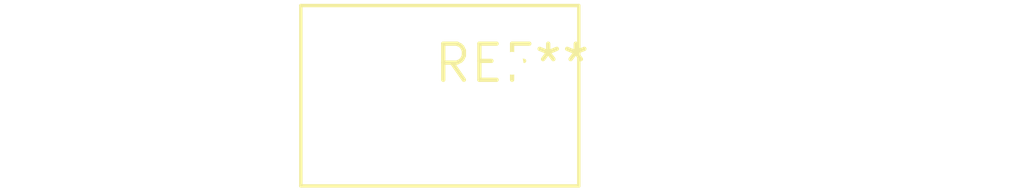
<source format=kicad_pcb>
(kicad_pcb (version 20240108) (generator pcbnew)
  (layers (0 "F.Cu" signal) (31 "B.Cu" signal) (34 "B.Paste" user) (35 "F.Paste" user) (36 "B.SilkS" user "B.Silkscreen") (37 "F.SilkS" user "F.Silkscreen") (38 "B.Mask" user) (39 "F.Mask" user) (44 "Edge.Cuts" user))
  (net 0 "")
  (footprint "Potentiometer_Bourns_3299Y_Vertical" (layer "F.Cu") (at 0 0)
    (property "Reference" "REF**")
    (property "Value" "Potentiometer_Bourns_3299Y_Vertical")
    (fp_line (start -7.425 -2.03) (end -7.425 4.31) (layer "F.SilkS") (stroke (width 0.12)))
    (fp_line (start -7.425 -2.03) (end 2.345 -2.03) (layer "F.SilkS") (stroke (width 0.12)))
    (fp_line (start -7.425 4.31) (end 2.345 4.31) (layer "F.SilkS") (stroke (width 0.12)))
    (fp_line (start 2.345 -2.03) (end 2.345 4.31) (layer "F.SilkS") (stroke (width 0.12)))
    (pad "1" thru_hole circle (at 0 0) (size 1.44 1.44) (drill 0.8) (layers *.Cu *.Mask) (remove_unused_layers))
    (pad "2" thru_hole circle (at -2.54 2.54) (size 1.44 1.44) (drill 0.8) (layers *.Cu *.Mask) (remove_unused_layers))
    (pad "3" thru_hole circle (at -5.08 0) (size 1.44 1.44) (drill 0.8) (layers *.Cu *.Mask) (remove_unused_layers))
  )
)
</source>
